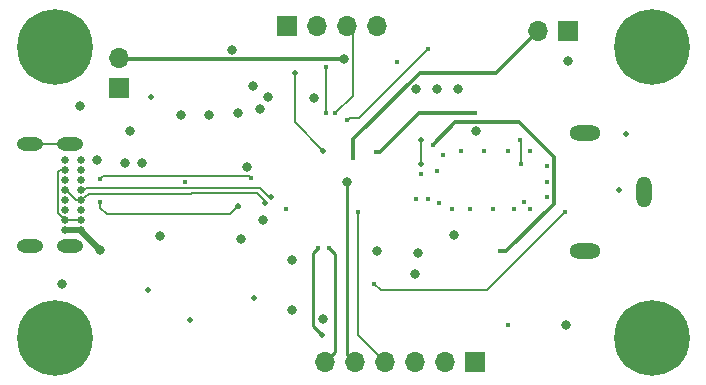
<source format=gbl>
G04 #@! TF.GenerationSoftware,KiCad,Pcbnew,(5.1.6-0-10_14)*
G04 #@! TF.CreationDate,2021-10-17T11:27:40-07:00*
G04 #@! TF.ProjectId,TimTime,54696d54-696d-4652-9e6b-696361645f70,rev?*
G04 #@! TF.SameCoordinates,Original*
G04 #@! TF.FileFunction,Copper,L4,Bot*
G04 #@! TF.FilePolarity,Positive*
%FSLAX46Y46*%
G04 Gerber Fmt 4.6, Leading zero omitted, Abs format (unit mm)*
G04 Created by KiCad (PCBNEW (5.1.6-0-10_14)) date 2021-10-17 11:27:40*
%MOMM*%
%LPD*%
G01*
G04 APERTURE LIST*
G04 #@! TA.AperFunction,ComponentPad*
%ADD10O,1.308000X2.616000*%
G04 #@! TD*
G04 #@! TA.AperFunction,ComponentPad*
%ADD11O,2.616000X1.308000*%
G04 #@! TD*
G04 #@! TA.AperFunction,ComponentPad*
%ADD12C,0.650000*%
G04 #@! TD*
G04 #@! TA.AperFunction,ComponentPad*
%ADD13O,2.216000X1.108000*%
G04 #@! TD*
G04 #@! TA.AperFunction,ComponentPad*
%ADD14R,1.700000X1.700000*%
G04 #@! TD*
G04 #@! TA.AperFunction,ComponentPad*
%ADD15O,1.700000X1.700000*%
G04 #@! TD*
G04 #@! TA.AperFunction,ComponentPad*
%ADD16C,6.400000*%
G04 #@! TD*
G04 #@! TA.AperFunction,ComponentPad*
%ADD17C,0.800000*%
G04 #@! TD*
G04 #@! TA.AperFunction,ViaPad*
%ADD18C,0.800000*%
G04 #@! TD*
G04 #@! TA.AperFunction,ViaPad*
%ADD19C,0.450000*%
G04 #@! TD*
G04 #@! TA.AperFunction,ViaPad*
%ADD20C,0.500000*%
G04 #@! TD*
G04 #@! TA.AperFunction,Conductor*
%ADD21C,0.500000*%
G04 #@! TD*
G04 #@! TA.AperFunction,Conductor*
%ADD22C,0.200000*%
G04 #@! TD*
G04 #@! TA.AperFunction,Conductor*
%ADD23C,0.300000*%
G04 #@! TD*
G04 #@! TA.AperFunction,Conductor*
%ADD24C,0.250000*%
G04 #@! TD*
G04 APERTURE END LIST*
D10*
G04 #@! TO.P,J2,1*
G04 #@! TO.N,GND*
X164084000Y-105203000D03*
D11*
G04 #@! TO.P,J2,2*
G04 #@! TO.N,Net-(J2-Pad2)*
X159084000Y-110203000D03*
G04 #@! TO.P,J2,3*
G04 #@! TO.N,Net-(J2-Pad3)*
X159084000Y-100203000D03*
G04 #@! TD*
D12*
G04 #@! TO.P,J1,A1*
G04 #@! TO.N,GND*
X116412000Y-108458000D03*
G04 #@! TO.P,J1,A4*
G04 #@! TO.N,VBUS*
X116412000Y-107608000D03*
G04 #@! TO.P,J1,A5*
G04 #@! TO.N,CC1*
X116412000Y-106758000D03*
G04 #@! TO.P,J1,A6*
G04 #@! TO.N,USB_D+*
X116412000Y-105908000D03*
G04 #@! TO.P,J1,A7*
G04 #@! TO.N,USB_D-*
X116412000Y-105058000D03*
G04 #@! TO.P,J1,A8*
G04 #@! TO.N,Net-(J1-PadA8)*
X116412000Y-104208000D03*
G04 #@! TO.P,J1,A9*
G04 #@! TO.N,VBUS*
X116412000Y-103358000D03*
G04 #@! TO.P,J1,A12*
G04 #@! TO.N,GND*
X116412000Y-102508000D03*
G04 #@! TO.P,J1,B1*
X115062000Y-102508000D03*
G04 #@! TO.P,J1,B4*
G04 #@! TO.N,VBUS*
X115062000Y-103358000D03*
G04 #@! TO.P,J1,B5*
G04 #@! TO.N,CC2*
X115062000Y-104208000D03*
G04 #@! TO.P,J1,B6*
G04 #@! TO.N,USB_D+*
X115062000Y-105058000D03*
G04 #@! TO.P,J1,B7*
G04 #@! TO.N,USB_D-*
X115062000Y-105908000D03*
G04 #@! TO.P,J1,B8*
G04 #@! TO.N,Net-(J1-PadB8)*
X115062000Y-106758000D03*
G04 #@! TO.P,J1,B9*
G04 #@! TO.N,VBUS*
X115062000Y-107608000D03*
G04 #@! TO.P,J1,B12*
G04 #@! TO.N,GND*
X115062000Y-108458000D03*
D13*
G04 #@! TO.P,J1,P1*
G04 #@! TO.N,Net-(J1-PadP1)*
X115432000Y-109808000D03*
G04 #@! TO.P,J1,P2*
X115432000Y-101158000D03*
G04 #@! TO.P,J1,P3*
X112052000Y-101158000D03*
G04 #@! TO.P,J1,P4*
X112052000Y-109808000D03*
G04 #@! TD*
D14*
G04 #@! TO.P,J3,1*
G04 #@! TO.N,GND*
X133858000Y-91186000D03*
D15*
G04 #@! TO.P,J3,2*
G04 #@! TO.N,+2V8*
X136398000Y-91186000D03*
G04 #@! TO.P,J3,3*
G04 #@! TO.N,MON_SCL*
X138938000Y-91186000D03*
G04 #@! TO.P,J3,4*
G04 #@! TO.N,MON_SDA*
X141478000Y-91186000D03*
G04 #@! TD*
D14*
G04 #@! TO.P,J4,1*
G04 #@! TO.N,+2V8*
X149733000Y-119634000D03*
D15*
G04 #@! TO.P,J4,2*
G04 #@! TO.N,SWCLK*
X147193000Y-119634000D03*
G04 #@! TO.P,J4,3*
G04 #@! TO.N,GND*
X144653000Y-119634000D03*
G04 #@! TO.P,J4,4*
G04 #@! TO.N,SWDIO*
X142113000Y-119634000D03*
G04 #@! TO.P,J4,5*
G04 #@! TO.N,NRST*
X139573000Y-119634000D03*
G04 #@! TO.P,J4,6*
G04 #@! TO.N,SWO*
X137033000Y-119634000D03*
G04 #@! TD*
D14*
G04 #@! TO.P,J5,1*
G04 #@! TO.N,GND*
X119634000Y-96393000D03*
D15*
G04 #@! TO.P,J5,2*
G04 #@! TO.N,+BATT*
X119634000Y-93853000D03*
G04 #@! TD*
G04 #@! TO.P,J6,2*
G04 #@! TO.N,OSC*
X155067000Y-91567000D03*
D14*
G04 #@! TO.P,J6,1*
G04 #@! TO.N,GND*
X157607000Y-91567000D03*
G04 #@! TD*
D16*
G04 #@! TO.P,H1,1*
G04 #@! TO.N,GND*
X114173000Y-92964000D03*
D17*
X116573000Y-92964000D03*
X115870056Y-94661056D03*
X114173000Y-95364000D03*
X112475944Y-94661056D03*
X111773000Y-92964000D03*
X112475944Y-91266944D03*
X114173000Y-90564000D03*
X115870056Y-91266944D03*
G04 #@! TD*
G04 #@! TO.P,H2,1*
G04 #@! TO.N,GND*
X166416056Y-91266944D03*
X164719000Y-90564000D03*
X163021944Y-91266944D03*
X162319000Y-92964000D03*
X163021944Y-94661056D03*
X164719000Y-95364000D03*
X166416056Y-94661056D03*
X167119000Y-92964000D03*
D16*
X164719000Y-92964000D03*
G04 #@! TD*
G04 #@! TO.P,H3,1*
G04 #@! TO.N,GND*
X164719000Y-117602000D03*
D17*
X167119000Y-117602000D03*
X166416056Y-119299056D03*
X164719000Y-120002000D03*
X163021944Y-119299056D03*
X162319000Y-117602000D03*
X163021944Y-115904944D03*
X164719000Y-115202000D03*
X166416056Y-115904944D03*
G04 #@! TD*
G04 #@! TO.P,H4,1*
G04 #@! TO.N,GND*
X115870056Y-115904944D03*
X114173000Y-115202000D03*
X112475944Y-115904944D03*
X111773000Y-117602000D03*
X112475944Y-119299056D03*
X114173000Y-120002000D03*
X115870056Y-119299056D03*
X116573000Y-117602000D03*
D16*
X114173000Y-117602000D03*
G04 #@! TD*
D18*
G04 #@! TO.N,+2V8*
X131572000Y-98171000D03*
X148336000Y-96520000D03*
X157607000Y-94107000D03*
X157480000Y-116459000D03*
X134239000Y-110998000D03*
X130429000Y-103124000D03*
X131826000Y-107569000D03*
X144907000Y-110363000D03*
D19*
X153924000Y-106105000D03*
D18*
X129159000Y-93255000D03*
D20*
X161925000Y-105029000D03*
D18*
G04 #@! TO.N,GND*
X147955000Y-108839000D03*
X144653000Y-112141000D03*
X136906000Y-115951000D03*
X134239000Y-115189000D03*
X129921000Y-109220000D03*
X123063000Y-108966000D03*
X116332000Y-97917000D03*
X114808000Y-113030000D03*
X124841000Y-98679000D03*
X127254000Y-98679000D03*
X129667000Y-98552000D03*
X130937000Y-96266000D03*
X132207000Y-97155000D03*
X146558000Y-96520000D03*
X144780000Y-96520000D03*
X149860000Y-100076000D03*
X117729000Y-102489000D03*
D19*
X125222000Y-104394000D03*
D18*
X141478000Y-110236000D03*
X136144000Y-97282000D03*
D19*
X146494500Y-103441500D03*
X147066000Y-102108000D03*
X148590000Y-101727000D03*
X150495000Y-101727000D03*
X152527000Y-101727000D03*
X154432000Y-101727000D03*
X155829000Y-102997000D03*
X155829000Y-104394000D03*
X155829000Y-105664000D03*
X154432000Y-106680000D03*
X153035000Y-106680000D03*
X151257000Y-106680000D03*
X149352000Y-106680000D03*
X147828000Y-106680000D03*
X145796000Y-105791000D03*
X146685000Y-106172000D03*
X145161000Y-103672500D03*
X144780000Y-105791000D03*
D18*
X120523000Y-100076000D03*
D19*
X133731000Y-106680000D03*
X152527000Y-116459000D03*
X143129000Y-94234000D03*
D18*
X121539000Y-102743000D03*
X120142000Y-102743000D03*
X117983000Y-110109000D03*
D20*
X131064000Y-114173000D03*
X125603000Y-116078000D03*
X122047000Y-113538000D03*
X162560000Y-100330000D03*
X122301000Y-97155000D03*
D19*
G04 #@! TO.N,MON_SCL*
X137922000Y-98552000D03*
G04 #@! TO.N,MON_SDA*
X137160000Y-98552000D03*
X137160000Y-94615000D03*
G04 #@! TO.N,Net-(C3-Pad1)*
X153670000Y-102870000D03*
X153515000Y-100838000D03*
D20*
G04 #@! TO.N,VAA*
X145161000Y-102870000D03*
X145161000Y-100838000D03*
D18*
G04 #@! TO.N,+BATT*
X138684000Y-93980000D03*
D19*
G04 #@! TO.N,TC_OUT*
X145796000Y-93091000D03*
X138885990Y-99162500D03*
G04 #@! TO.N,STAT1*
X117983000Y-104140000D03*
X130810000Y-104013000D03*
G04 #@! TO.N,STAT2*
X117983000Y-106045000D03*
D20*
X129667000Y-106426000D03*
G04 #@! TO.N,USB_D+*
X131941834Y-106183166D03*
G04 #@! TO.N,USB_D-*
X132472166Y-105652834D03*
G04 #@! TO.N,SWCLK*
X136779000Y-117348000D03*
D19*
X136413500Y-109966500D03*
G04 #@! TO.N,SWDIO*
X139827000Y-106934000D03*
D18*
G04 #@! TO.N,NRST*
X138938000Y-104394000D03*
D19*
G04 #@! TO.N,SWO*
X137413500Y-109982500D03*
G04 #@! TO.N,OSC*
X139446000Y-102362000D03*
G04 #@! TO.N,TCVC*
X149733000Y-98552000D03*
X141351000Y-101854000D03*
G04 #@! TO.N,TC_IN*
X146177000Y-101219000D03*
X151892000Y-110236000D03*
G04 #@! TO.N,BTN_A*
X157353000Y-106934000D03*
X141224000Y-113030000D03*
D20*
G04 #@! TO.N,BTN_PWR*
X136906000Y-101727000D03*
X134493000Y-95123000D03*
G04 #@! TD*
D21*
G04 #@! TO.N,GND*
X116412000Y-108538000D02*
X117983000Y-110109000D01*
X116412000Y-108458000D02*
X116412000Y-108538000D01*
X115062000Y-108458000D02*
X116412000Y-108458000D01*
D22*
G04 #@! TO.N,MON_SCL*
X139384001Y-91632001D02*
X138938000Y-91186000D01*
X139384001Y-97089999D02*
X139384001Y-91632001D01*
X137922000Y-98552000D02*
X139384001Y-97089999D01*
G04 #@! TO.N,MON_SDA*
X137160000Y-98552000D02*
X137160000Y-94615000D01*
G04 #@! TO.N,Net-(C3-Pad1)*
X153543000Y-100838000D02*
X153515000Y-100838000D01*
X153670000Y-100965000D02*
X153543000Y-100838000D01*
X153670000Y-102870000D02*
X153670000Y-100965000D01*
G04 #@! TO.N,VAA*
X145161000Y-102870000D02*
X145161000Y-100838000D01*
D23*
G04 #@! TO.N,+BATT*
X138658999Y-94005001D02*
X119786001Y-94005001D01*
X119786001Y-94005001D02*
X119634000Y-93853000D01*
X138684000Y-93980000D02*
X138658999Y-94005001D01*
D22*
G04 #@! TO.N,VBUS*
X116412000Y-107608000D02*
X115062000Y-107608000D01*
X114602381Y-103358000D02*
X115062000Y-103358000D01*
X114436999Y-107058001D02*
X114436999Y-103523382D01*
X114761999Y-107383001D02*
X114436999Y-107058001D01*
X114876001Y-107383001D02*
X114761999Y-107383001D01*
X114436999Y-103523382D02*
X114602381Y-103358000D01*
X115062000Y-107569000D02*
X114876001Y-107383001D01*
X115062000Y-107608000D02*
X115062000Y-107569000D01*
G04 #@! TO.N,TC_OUT*
X139954000Y-98933000D02*
X145796000Y-93091000D01*
X139115490Y-98933000D02*
X138885990Y-99162500D01*
X139954000Y-98933000D02*
X139115490Y-98933000D01*
G04 #@! TO.N,STAT1*
X118254001Y-103868999D02*
X130665999Y-103868999D01*
X130665999Y-103868999D02*
X130810000Y-104013000D01*
X117983000Y-104140000D02*
X118254001Y-103868999D01*
G04 #@! TO.N,STAT2*
X117983000Y-106573002D02*
X118535999Y-107126001D01*
X117983000Y-106045000D02*
X117983000Y-106573002D01*
D24*
X129728999Y-106487999D02*
X129667000Y-106426000D01*
D22*
X128966999Y-107126001D02*
X118535999Y-107126001D01*
X129667000Y-106426000D02*
X128966999Y-107126001D01*
G04 #@! TO.N,USB_D+*
X115102381Y-105058000D02*
X115062000Y-105058000D01*
X115952381Y-105908000D02*
X115102381Y-105058000D01*
X116412000Y-105908000D02*
X115952381Y-105908000D01*
X125660393Y-105368992D02*
X125681885Y-105347500D01*
X117026010Y-105368992D02*
X125660393Y-105368992D01*
X116412000Y-105908000D02*
X116636999Y-105683001D01*
X131318301Y-105347500D02*
X131941834Y-105971033D01*
X116636999Y-105683001D02*
X116712001Y-105683001D01*
X125681885Y-105347500D02*
X131318301Y-105347500D01*
X116712001Y-105683001D02*
X117026010Y-105368992D01*
X131941834Y-105971033D02*
X131941834Y-106183166D01*
G04 #@! TO.N,USB_D-*
X125495502Y-104897500D02*
X131504699Y-104897500D01*
X125474001Y-104919001D02*
X125495502Y-104897500D01*
X116412000Y-105058000D02*
X116625603Y-105058000D01*
X131504699Y-104897500D02*
X132260033Y-105652834D01*
X116625603Y-105058000D02*
X116764602Y-104919001D01*
X132260033Y-105652834D02*
X132472166Y-105652834D01*
X116764602Y-104919001D02*
X125474001Y-104919001D01*
G04 #@! TO.N,Net-(J1-PadP1)*
X112052000Y-101158000D02*
X115432000Y-101158000D01*
D24*
G04 #@! TO.N,SWCLK*
X136017000Y-116586000D02*
X136017000Y-110363000D01*
X136779000Y-117348000D02*
X136017000Y-116586000D01*
X136017000Y-110363000D02*
X136413500Y-109966500D01*
D22*
G04 #@! TO.N,SWDIO*
X139827000Y-117348000D02*
X142113000Y-119634000D01*
X139827000Y-106934000D02*
X139827000Y-117348000D01*
D24*
G04 #@! TO.N,NRST*
X138938000Y-118999000D02*
X139573000Y-119634000D01*
X138938000Y-104394000D02*
X138938000Y-118999000D01*
G04 #@! TO.N,SWO*
X137922000Y-110491000D02*
X137413500Y-109982500D01*
X137922000Y-118745000D02*
X137922000Y-110491000D01*
X137033000Y-119634000D02*
X137922000Y-118745000D01*
D23*
G04 #@! TO.N,OSC*
X139446000Y-100743998D02*
X145066998Y-95123000D01*
X139446000Y-102362000D02*
X139446000Y-100743998D01*
X151511000Y-95123000D02*
X155067000Y-91567000D01*
X145066998Y-95123000D02*
X151511000Y-95123000D01*
G04 #@! TO.N,TCVC*
X141732000Y-101854000D02*
X145034000Y-98552000D01*
X145034000Y-98552000D02*
X149733000Y-98552000D01*
X141351000Y-101854000D02*
X141732000Y-101854000D01*
G04 #@! TO.N,TC_IN*
X148070001Y-99325999D02*
X153427999Y-99325999D01*
X146177000Y-101219000D02*
X148070001Y-99325999D01*
X156404001Y-102302001D02*
X156404001Y-106231999D01*
X153427999Y-99325999D02*
X156404001Y-102302001D01*
X152400000Y-110236000D02*
X151892000Y-110236000D01*
X156404001Y-106231999D02*
X152400000Y-110236000D01*
D22*
G04 #@! TO.N,BTN_A*
X141734990Y-113540990D02*
X141224000Y-113030000D01*
X150746010Y-113540990D02*
X141734990Y-113540990D01*
X157353000Y-106934000D02*
X150746010Y-113540990D01*
G04 #@! TO.N,BTN_PWR*
X136906000Y-101727000D02*
X134493000Y-99314000D01*
X134493000Y-99314000D02*
X134493000Y-95123000D01*
G04 #@! TD*
M02*

</source>
